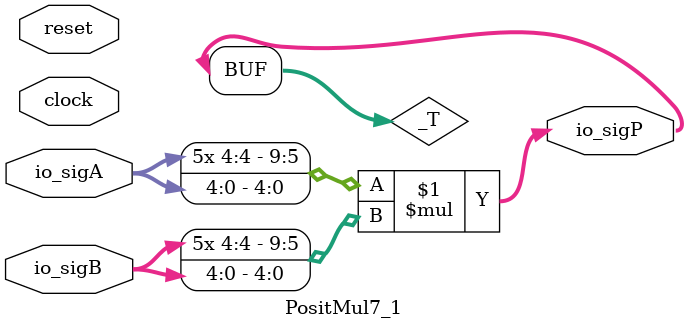
<source format=v>
module PositMul7_1(
  input        clock,
  input        reset,
  input  [4:0] io_sigA,
  input  [4:0] io_sigB,
  output [9:0] io_sigP
);
  wire [9:0] _T; // @[PositMul.scala 17:26]
  assign _T = $signed(io_sigA) * $signed(io_sigB); // @[PositMul.scala 17:26]
  assign io_sigP = $unsigned(_T); // @[PositMul.scala 17:13]
endmodule

</source>
